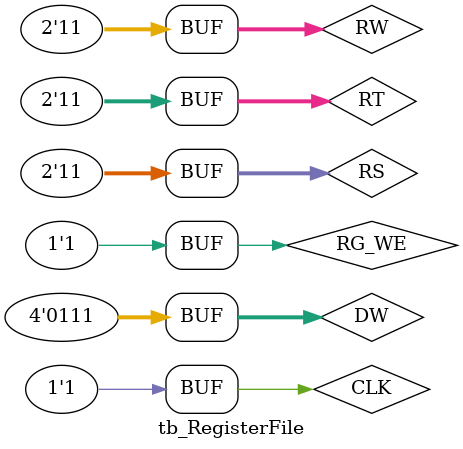
<source format=v>
`timescale 1ns / 1ps


module tb_RegisterFile;

	// Inputs
	reg [0:1] RS;
	reg [0:3] DW;
	reg [0:1] RW;
	reg RG_WE;
	reg [0:1] RT;
	reg CLK;

	// Outputs
	wire [0:3] CRS;
	wire [0:3] CRT;

	// Instantiate the Unit Under Test (UUT)
	RegisterFile_Comportamental uut (
		.RS(RS), 
		.DW(DW), 
		.RW(RW), 
		.RG_WE(RG_WE), 
		.RT(RT), 
		.CLK(CLK), 
		.CRS(CRS), 
		.CRT(CRT)
	);
	

	initial begin
		// Initialize Inputs
		RS = 0;
		DW = 1111;
		RW = 0;
		RG_WE = 1;
		RT = 0;
		CLK = 0;
		
		
		// Wait 100 ns for global reset to finish
		#50;
		CLK = 0;
		#5;
			CLK = 1;
			RS = 00;
			DW = 0001;
			RW = 00;
			RT = 00;
		#50;
		CLK = 0;
		#5;
			CLK = 1;
			RS = 01;
			DW = 0010;
			RW = 01;
			RT = 01;
		#50;
		CLK = 0;
		#5;
			CLK = 1;
			RS = 10;
			DW = 0011;
			RW = 10;
			RT = 10;
		#50;
		CLK = 0;
		#5;
			CLK = 1;
			RS = 11;
			DW = 1111;
			RW = 11;
			RT = 11;
        
		// Add stimulus here

	end
      
endmodule


</source>
